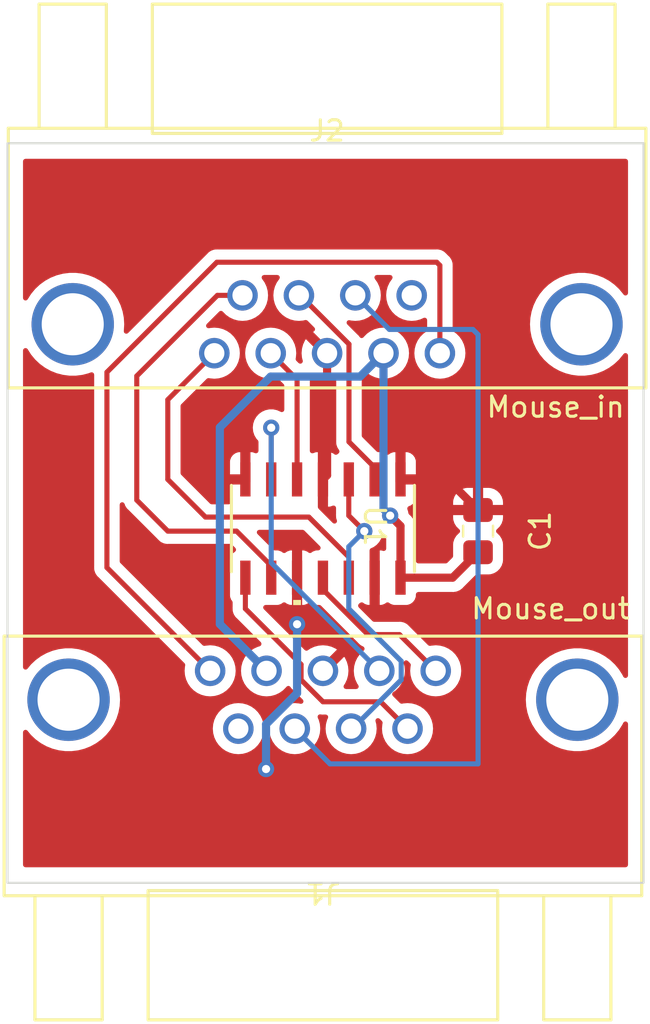
<source format=kicad_pcb>
(kicad_pcb (version 20221018) (generator pcbnew)
  (layers (0 "F.Cu" signal) (31 "B.Cu" signal) (34 "B.Paste" user) (35 "F.Paste" user) (36 "B.SilkS" user "B.Silkscreen") (37 "F.SilkS" user "F.Silkscreen") (38 "B.Mask" user) (39 "F.Mask" user) (44 "Edge.Cuts" user))
  (net 0 "")
  (net 1 "VCC")
  (net 2 "GND")
  (net 3 "/MOUSE_ID")
  (net 4 "/XDIR_OUT")
  (net 5 "/XMOVE_OUT")
  (net 7 "/BUTTON")
  (net 8 "/YDIR_OUT")
  (net 9 "/YMOVE_OUT")
  (net 10 "/XDIR_IN")
  (net 11 "/XMOVE_IN")
  (net 13 "/YDIR_IN")
  (net 14 "/YMOVE_IN")
  (footprint "localfootprints:D14-L" (layer "F.Cu") (at 193.04 73.533 -90)
    (fp_text reference "U1" (at -0.127 -2.54 -90 unlocked) (layer "F.SilkS"))
    (fp_text value "74LS125")
    (fp_line (start -2.1209 4.4958) (end 2.1209 4.4958) (stroke (width 0.1524)) (layer "F.SilkS"))
    (fp_line (start 2.1209 -4.4958) (end -2.1209 -4.4958) (stroke (width 0.1524)) (layer "F.SilkS"))
    (fp_poly (pts (xy 3.7592 1.0795) (xy 3.7592 1.4605) (xy 3.5052 1.4605) (xy 3.5052 1.0795)) (fill solid) (layer "F.SilkS"))
    (pad "1" smd rect (at -2.413 -3.81 270) (size 1.6764 0.508) (layers "F.Cu" "F.Paste" "F.Mask") (net 2 "GND"))
    (pad "2" smd rect (at -2.413 -2.54 270) (size 1.6764 0.508) (layers "F.Cu" "F.Paste" "F.Mask") (net 13 "/YDIR_IN"))
    (pad "3" smd rect (at -2.413 -1.27 270) (size 1.6764 0.508) (layers "F.Cu" "F.Paste" "F.Mask") (net 8 "/YDIR_OUT"))
    (pad "4" smd rect (at -2.413 0 270) (size 1.6764 0.508) (layers "F.Cu" "F.Paste" "F.Mask") (net 2 "GND"))
    (pad "5" smd rect (at -2.413 1.27 270) (size 1.6764 0.508) (layers "F.Cu" "F.Paste" "F.Mask") (net 10 "/XDIR_IN"))
    (pad "6" smd rect (at -2.413 2.54 270) (size 1.6764 0.508) (layers "F.Cu" "F.Paste" "F.Mask") (net 4 "/XDIR_OUT"))
    (pad "7" smd rect (at -2.413 3.81 270) (size 1.6764 0.508) (layers "F.Cu" "F.Paste" "F.Mask") (net 2 "GND"))
    (pad "8" smd rect (at 2.413 3.81 270) (size 1.6764 0.508) (layers "F.Cu" "F.Paste" "F.Mask") (net 9 "/YMOVE_OUT"))
    (pad "9" smd rect (at 2.413 2.54 270) (size 1.6764 0.508) (layers "F.Cu" "F.Paste" "F.Mask") (net 14 "/YMOVE_IN"))
    (pad "10" smd rect (at 2.413 1.27 270) (size 1.6764 0.508) (layers "F.Cu" "F.Paste" "F.Mask") (net 2 "GND"))
    (pad "11" smd rect (at 2.413 0 270) (size 1.6764 0.508) (layers "F.Cu" "F.Paste" "F.Mask") (net 5 "/XMOVE_OUT"))
    (pad "12" smd rect (at 2.413 -1.27 270) (size 1.6764 0.508) (layers "F.Cu" "F.Paste" "F.Mask") (net 11 "/XMOVE_IN"))
    (pad "13" smd rect (at 2.413 -2.54 270) (size 1.6764 0.508) (layers "F.Cu" "F.Paste" "F.Mask") (net 2 "GND"))
    (pad "14" smd rect (at 2.413 -3.81 270) (size 1.6764 0.508) (layers "F.Cu" "F.Paste" "F.Mask") (net 1 "VCC"))
  )
  (footprint "localfootprints:CONN_A-DF 09 A&slash_KG-T2S_ASM" (layer "F.Cu") (at 193.245 54.000002)
    (fp_text reference "J2" (at 0 0 unlocked) (layer "F.SilkS"))
    (fp_text value "Mouse_in" (at 11.225 13.563998 unlocked) (layer "F.SilkS"))
    (fp_line (start -15.6591 -0.127) (end -15.6591 12.6238) (stroke (width 0.1524)) (layer "F.SilkS"))
    (fp_line (start -15.6591 12.6238) (end 15.6591 12.6238) (stroke (width 0.1524)) (layer "F.SilkS"))
    (fp_line (start -14.146 -6.223) (end -10.844 -6.223) (stroke (width 0.1524)) (layer "F.SilkS"))
    (fp_line (start -14.146 -0.127) (end -14.146 -6.223) (stroke (width 0.1524)) (layer "F.SilkS"))
    (fp_line (start -10.844 -6.223) (end -10.844 -0.127) (stroke (width 0.1524)) (layer "F.SilkS"))
    (fp_line (start -8.5852 -6.223) (end -8.5852 0.127) (stroke (width 0.1524)) (layer "F.SilkS"))
    (fp_line (start -8.5852 0.127) (end 8.5852 0.127) (stroke (width 0.1524)) (layer "F.SilkS"))
    (fp_line (start 8.5852 -6.223) (end -8.5852 -6.223) (stroke (width 0.1524)) (layer "F.SilkS"))
    (fp_line (start 8.5852 0.127) (end 8.5852 -6.223) (stroke (width 0.1524)) (layer "F.SilkS"))
    (fp_line (start 10.844 -6.223) (end 14.146 -6.223) (stroke (width 0.1524)) (layer "F.SilkS"))
    (fp_line (start 10.844 -0.127) (end 10.844 -6.223) (stroke (width 0.1524)) (layer "F.SilkS"))
    (fp_line (start 14.146 -6.223) (end 14.146 -0.127) (stroke (width 0.1524)) (layer "F.SilkS"))
    (fp_line (start 15.6591 -0.127) (end -15.6591 -0.127) (stroke (width 0.1524)) (layer "F.SilkS"))
    (fp_line (start 15.6591 12.6238) (end 15.6591 -0.127) (stroke (width 0.1524)) (layer "F.SilkS"))
    (pad "1" thru_hole circle (at 5.539999 10.919998) (size 1.4986 1.4986) (drill 0.9906) (layers "*.Cu" "*.Mask") (net 3 "/MOUSE_ID"))
    (pad "2" thru_hole circle (at 2.77 10.919998) (size 1.4986 1.4986) (drill 0.9906) (layers "*.Cu" "*.Mask") (net 1 "VCC"))
    (pad "3" thru_hole circle (at 0 10.919998) (size 1.4986 1.4986) (drill 0.9906) (layers "*.Cu" "*.Mask") (net 2 "GND"))
    (pad "4" thru_hole circle (at -2.77 10.919998) (size 1.4986 1.4986) (drill 0.9906) (layers "*.Cu" "*.Mask") (net 10 "/XDIR_IN"))
    (pad "5" thru_hole circle (at -5.539999 10.919998) (size 1.4986 1.4986) (drill 0.9906) (layers "*.Cu" "*.Mask") (net 11 "/XMOVE_IN"))
    (pad "6" thru_hole circle (at 4.155001 8.079999) (size 1.4986 1.4986) (drill 0.9906) (layers "*.Cu" "*.Mask"))
    (pad "7" thru_hole circle (at 1.385001 8.079999) (size 1.4986 1.4986) (drill 0.9906) (layers "*.Cu" "*.Mask") (net 7 "/BUTTON"))
    (pad "8" thru_hole circle (at -1.384998 8.079999) (size 1.4986 1.4986) (drill 0.9906) (layers "*.Cu" "*.Mask") (net 13 "/YDIR_IN"))
    (pad "9" thru_hole circle (at -4.154998 8.079999) (size 1.4986 1.4986) (drill 0.9906) (layers "*.Cu" "*.Mask") (net 14 "/YMOVE_IN"))
    (pad "10" thru_hole circle (at -12.495 9.499998) (size 4.048 4.048) (drill 3.048) (layers "*.Cu" "*.Mask"))
    (pad "11" thru_hole circle (at 12.495 9.499998) (size 4.048 4.048) (drill 3.048) (layers "*.Cu" "*.Mask"))
  )
  (footprint "Capacitor_SMD:C_0805_2012Metric_Pad1.18x1.45mm_HandSolder" (layer "F.Cu") (at 200.66 73.66 90)
    (fp_text reference "C1" (at 0 3.048 90) (layer "F.SilkS"))
    (fp_text value ".1 uF")
    (fp_line (start -0.261252 -0.735) (end 0.261252 -0.735) (stroke (width 0.12)) (layer "F.SilkS"))
    (fp_line (start -0.261252 0.735) (end 0.261252 0.735) (stroke (width 0.12)) (layer "F.SilkS"))
    (pad "1" smd roundrect (at -1.0375 0 90) (size 1.175 1.45) (layers "F.Cu" "F.Paste" "F.Mask") (roundrect_rratio 0.2127659574) (net 1 "VCC"))
    (pad "2" smd roundrect (at 1.0375 0 90) (size 1.175 1.45) (layers "F.Cu" "F.Paste" "F.Mask") (roundrect_rratio 0.2127659574) (net 2 "GND"))
  )
  (footprint "localfootprints:CONN_A-DF 09 A&slash_KG-T2S_ASM" (layer "F.Cu") (at 193.04 91.44 180)
    (fp_text reference "J1" (at 0 0 180 unlocked) (layer "F.SilkS"))
    (fp_text value "Mouse_out" (at -11.176 13.97 unlocked) (layer "F.SilkS"))
    (fp_line (start -15.6591 -0.127) (end -15.6591 12.6238) (stroke (width 0.1524)) (layer "F.SilkS"))
    (fp_line (start -15.6591 12.6238) (end 15.6591 12.6238) (stroke (width 0.1524)) (layer "F.SilkS"))
    (fp_line (start -14.146 -6.223) (end -10.844 -6.223) (stroke (width 0.1524)) (layer "F.SilkS"))
    (fp_line (start -14.146 -0.127) (end -14.146 -6.223) (stroke (width 0.1524)) (layer "F.SilkS"))
    (fp_line (start -10.844 -6.223) (end -10.844 -0.127) (stroke (width 0.1524)) (layer "F.SilkS"))
    (fp_line (start -8.5852 -6.223) (end -8.5852 0.127) (stroke (width 0.1524)) (layer "F.SilkS"))
    (fp_line (start -8.5852 0.127) (end 8.5852 0.127) (stroke (width 0.1524)) (layer "F.SilkS"))
    (fp_line (start 8.5852 -6.223) (end -8.5852 -6.223) (stroke (width 0.1524)) (layer "F.SilkS"))
    (fp_line (start 8.5852 0.127) (end 8.5852 -6.223) (stroke (width 0.1524)) (layer "F.SilkS"))
    (fp_line (start 10.844 -6.223) (end 14.146 -6.223) (stroke (width 0.1524)) (layer "F.SilkS"))
    (fp_line (start 10.844 -0.127) (end 10.844 -6.223) (stroke (width 0.1524)) (layer "F.SilkS"))
    (fp_line (start 14.146 -6.223) (end 14.146 -0.127) (stroke (width 0.1524)) (layer "F.SilkS"))
    (fp_line (start 15.6591 -0.127) (end -15.6591 -0.127) (stroke (width 0.1524)) (layer "F.SilkS"))
    (fp_line (start 15.6591 12.6238) (end 15.6591 -0.127) (stroke (width 0.1524)) (layer "F.SilkS"))
    (pad "1" thru_hole circle (at 5.539999 10.919998 180) (size 1.4986 1.4986) (drill 0.9906) (layers "*.Cu" "*.Mask") (net 3 "/MOUSE_ID"))
    (pad "2" thru_hole circle (at 2.77 10.919998 180) (size 1.4986 1.4986) (drill 0.9906) (layers "*.Cu" "*.Mask") (net 1 "VCC"))
    (pad "3" thru_hole circle (at 0 10.919998 180) (size 1.4986 1.4986) (drill 0.9906) (layers "*.Cu" "*.Mask") (net 2 "GND"))
    (pad "4" thru_hole circle (at -2.77 10.919998 180) (size 1.4986 1.4986) (drill 0.9906) (layers "*.Cu" "*.Mask") (net 4 "/XDIR_OUT"))
    (pad "5" thru_hole circle (at -5.539999 10.919998 180) (size 1.4986 1.4986) (drill 0.9906) (layers "*.Cu" "*.Mask") (net 5 "/XMOVE_OUT"))
    (pad "6" thru_hole circle (at 4.155001 8.079999 180) (size 1.4986 1.4986) (drill 0.9906) (layers "*.Cu" "*.Mask"))
    (pad "7" thru_hole circle (at 1.385001 8.079999 180) (size 1.4986 1.4986) (drill 0.9906) (layers "*.Cu" "*.Mask") (net 7 "/BUTTON"))
    (pad "8" thru_hole circle (at -1.384998 8.079999 180) (size 1.4986 1.4986) (drill 0.9906) (layers "*.Cu" "*.Mask") (net 8 "/YDIR_OUT"))
    (pad "9" thru_hole circle (at -4.154998 8.079999 180) (size 1.4986 1.4986) (drill 0.9906) (layers "*.Cu" "*.Mask") (net 9 "/YMOVE_OUT"))
    (pad "10" thru_hole circle (at -12.495 9.499998 180) (size 4.048 4.048) (drill 3.048) (layers "*.Cu" "*.Mask"))
    (pad "11" thru_hole circle (at 12.495 9.499998 180) (size 4.048 4.048) (drill 3.048) (layers "*.Cu" "*.Mask"))
  )
  (gr_rect (start 177.546 54.61) (end 208.788 90.932) (stroke (width 0.1)) (fill none) (layer "Edge.Cuts"))
  (segment (start 199.4115 75.946) (end 196.85 75.946) (width 0.4) (layer "F.Cu") (net 1))
  (segment (start 196.85 73.406) (end 196.85 75.946) (width 0.4) (layer "F.Cu") (net 1))
  (segment (start 196.342 72.898) (end 196.85 73.406) (width 0.4) (layer "F.Cu") (net 1))
  (segment (start 200.66 74.6975) (end 199.4115 75.946) (width 0.4) (layer "F.Cu") (net 1))
  (via (at 196.342 72.898) (size 0.8) (drill 0.4) (layers "F.Cu" "B.Cu") (net 1))
  (segment (start 190.4707 66.0693) (end 187.976057 68.563943) (width 0.4) (layer "B.Cu") (net 1))
  (segment (start 196.015 72.571) (end 196.342 72.898) (width 0.4) (layer "B.Cu") (net 1))
  (segment (start 194.8657 66.0693) (end 190.4707 66.0693) (width 0.4) (layer "B.Cu") (net 1))
  (segment (start 196.015 64.92) (end 194.8657 66.0693) (width 0.4) (layer "B.Cu") (net 1))
  (segment (start 187.976057 68.563943) (end 187.976057 78.226059) (width 0.4) (layer "B.Cu") (net 1))
  (segment (start 196.015 64.92) (end 196.015 72.571) (width 0.4) (layer "B.Cu") (net 1))
  (segment (start 187.976057 78.226059) (end 190.27 80.520002) (width 0.4) (layer "B.Cu") (net 1))
  (segment (start 193.04 65.125) (end 193.245 64.92) (width 0.4) (layer "F.Cu") (net 2))
  (segment (start 193.245 64.92) (end 193.245 70.915) (width 0.4) (layer "F.Cu") (net 2))
  (segment (start 193.245 70.915) (end 193.04 71.12) (width 0.4) (layer "F.Cu") (net 2))
  (segment (start 200.66 72.6225) (end 199.1575 71.12) (width 0.4) (layer "F.Cu") (net 2))
  (segment (start 199.1575 71.12) (end 196.85 71.12) (width 0.4) (layer "F.Cu") (net 2))
  (segment (start 191.77 75.946) (end 191.77 78.232) (width 0.4) (layer "F.Cu") (net 2))
  (via (at 190.246 85.344) (size 0.8) (drill 0.4) (layers "F.Cu" "B.Cu") (net 2))
  (via (at 191.77 78.232) (size 0.8) (drill 0.4) (layers "F.Cu" "B.Cu") (net 2))
  (segment (start 190.246 83.143644) (end 190.246 85.344) (width 0.4) (layer "B.Cu") (net 2))
  (segment (start 191.77 81.619644) (end 190.246 83.143644) (width 0.4) (layer "B.Cu") (net 2))
  (segment (start 191.77 78.232) (end 191.77 81.619644) (width 0.4) (layer "B.Cu") (net 2))
  (segment (start 198.784999 64.92) (end 198.784999 60.608999) (width 0.25) (layer "F.Cu") (net 3))
  (segment (start 187.831604 60.452) (end 182.43 65.853604) (width 0.25) (layer "F.Cu") (net 3))
  (segment (start 198.784999 60.608999) (end 198.628 60.452) (width 0.25) (layer "F.Cu") (net 3))
  (segment (start 182.43 65.853604) (end 182.43 75.450001) (width 0.25) (layer "F.Cu") (net 3))
  (segment (start 182.43 75.450001) (end 187.500001 80.520002) (width 0.25) (layer "F.Cu") (net 3))
  (segment (start 198.628 60.452) (end 187.831604 60.452) (width 0.25) (layer "F.Cu") (net 3))
  (segment (start 190.5 71.12) (end 190.5 68.58) (width 0.25) (layer "F.Cu") (net 4))
  (via (at 190.5 68.58) (size 0.8) (drill 0.4) (layers "F.Cu" "B.Cu") (net 4))
  (segment (start 190.5 68.58) (end 190.5 75.210002) (width 0.25) (layer "B.Cu") (net 4))
  (segment (start 190.5 75.210002) (end 195.81 80.520002) (width 0.25) (layer "B.Cu") (net 4))
  (segment (start 195.2498 78.74) (end 196.799997 78.74) (width 0.25) (layer "F.Cu") (net 5))
  (segment (start 193.04 76.5302) (end 195.2498 78.74) (width 0.25) (layer "F.Cu") (net 5))
  (segment (start 193.04 75.946) (end 193.04 76.5302) (width 0.25) (layer "F.Cu") (net 5))
  (segment (start 196.799997 78.74) (end 198.579999 80.520002) (width 0.25) (layer "F.Cu") (net 5))
  (segment (start 200.406 63.754) (end 200.66 64.008) (width 0.25) (layer "B.Cu") (net 7))
  (segment (start 194.630001 62.080001) (end 196.304 63.754) (width 0.25) (layer "B.Cu") (net 7))
  (segment (start 196.304 63.754) (end 200.406 63.754) (width 0.25) (layer "B.Cu") (net 7))
  (segment (start 193.384998 85.09) (end 191.654999 83.360001) (width 0.25) (layer "B.Cu") (net 7))
  (segment (start 200.66 64.008) (end 200.66 85.09) (width 0.25) (layer "B.Cu") (net 7))
  (segment (start 200.66 85.09) (end 193.384998 85.09) (width 0.25) (layer "B.Cu") (net 7))
  (segment (start 195.072 73.66) (end 194.31 72.898) (width 0.25) (layer "F.Cu") (net 8))
  (segment (start 194.31 72.898) (end 194.31 71.12) (width 0.25) (layer "F.Cu") (net 8))
  (via (at 195.072 73.66) (size 0.8) (drill 0.4) (layers "F.Cu" "B.Cu") (net 8))
  (segment (start 194.489291 83.360001) (end 194.424998 83.360001) (width 0.25) (layer "B.Cu") (net 8))
  (segment (start 196.8843 80.964992) (end 194.489291 83.360001) (width 0.25) (layer "B.Cu") (net 8))
  (segment (start 194.31 77.47) (end 196.8843 80.0443) (width 0.25) (layer "B.Cu") (net 8))
  (segment (start 196.8843 80.0443) (end 196.8843 80.964992) (width 0.25) (layer "B.Cu") (net 8))
  (segment (start 195.072 73.66) (end 194.31 74.422) (width 0.25) (layer "B.Cu") (net 8))
  (segment (start 194.31 74.422) (end 194.31 77.47) (width 0.25) (layer "B.Cu") (net 8))
  (segment (start 189.23 75.946) (end 189.23 77.47) (width 0.25) (layer "F.Cu") (net 9))
  (segment (start 191.9657 80.2057) (end 191.9657 80.964992) (width 0.25) (layer "F.Cu") (net 9))
  (segment (start 195.876997 82.042) (end 197.194998 83.360001) (width 0.25) (layer "F.Cu") (net 9))
  (segment (start 193.042708 82.042) (end 195.876997 82.042) (width 0.25) (layer "F.Cu") (net 9))
  (segment (start 191.9657 80.964992) (end 193.042708 82.042) (width 0.25) (layer "F.Cu") (net 9))
  (segment (start 189.23 77.47) (end 191.9657 80.2057) (width 0.25) (layer "F.Cu") (net 9))
  (segment (start 191.77 66.215) (end 190.475 64.92) (width 0.25) (layer "F.Cu") (net 10))
  (segment (start 191.77 71.12) (end 191.77 66.215) (width 0.25) (layer "F.Cu") (net 10))
  (segment (start 185.42 71.12) (end 185.42 67.205001) (width 0.25) (layer "F.Cu") (net 11))
  (segment (start 194.31 75.946) (end 194.31 74.93) (width 0.25) (layer "F.Cu") (net 11))
  (segment (start 192.349 72.969) (end 187.269 72.969) (width 0.25) (layer "F.Cu") (net 11))
  (segment (start 194.31 74.93) (end 192.349 72.969) (width 0.25) (layer "F.Cu") (net 11))
  (segment (start 185.42 67.205001) (end 187.705001 64.92) (width 0.25) (layer "F.Cu") (net 11))
  (segment (start 187.269 72.969) (end 185.42 71.12) (width 0.25) (layer "F.Cu") (net 11))
  (segment (start 195.58 70.5358) (end 194.3193 69.2751) (width 0.25) (layer "F.Cu") (net 13))
  (segment (start 191.924291 62.080001) (end 191.860002 62.080001) (width 0.25) (layer "F.Cu") (net 13))
  (segment (start 194.3193 69.2751) (end 194.3193 64.47501) (width 0.25) (layer "F.Cu") (net 13))
  (segment (start 195.58 71.12) (end 195.58 70.5358) (width 0.25) (layer "F.Cu") (net 13))
  (segment (start 194.3193 64.47501) (end 191.924291 62.080001) (width 0.25) (layer "F.Cu") (net 13))
  (segment (start 183.896 66.04) (end 187.855999 62.080001) (width 0.25) (layer "F.Cu") (net 14))
  (segment (start 190.5 75.946) (end 190.5 75.3618) (width 0.25) (layer "F.Cu") (net 14))
  (segment (start 185.42 73.66) (end 183.896 72.136) (width 0.25) (layer "F.Cu") (net 14))
  (segment (start 183.896 72.136) (end 183.896 66.04) (width 0.25) (layer "F.Cu") (net 14))
  (segment (start 187.855999 62.080001) (end 189.090002 62.080001) (width 0.25) (layer "F.Cu") (net 14))
  (segment (start 190.5 75.3618) (end 188.7982 73.66) (width 0.25) (layer "F.Cu") (net 14))
  (segment (start 188.7982 73.66) (end 185.42 73.66) (width 0.25) (layer "F.Cu") (net 14))
  (zone (net 2) (net_name "GND") (layer "F.Cu") (connect_pads (clearance 0.5)) (min_thickness 0.25) (fill yes (thermal_gap 0.5) (thermal_bridge_width 0.5))
    (polygon (pts (xy 208.026 90.17) (xy 178.308 90.17) (xy 178.308 55.372) (xy 208.026 55.372)))
  )
)
</source>
